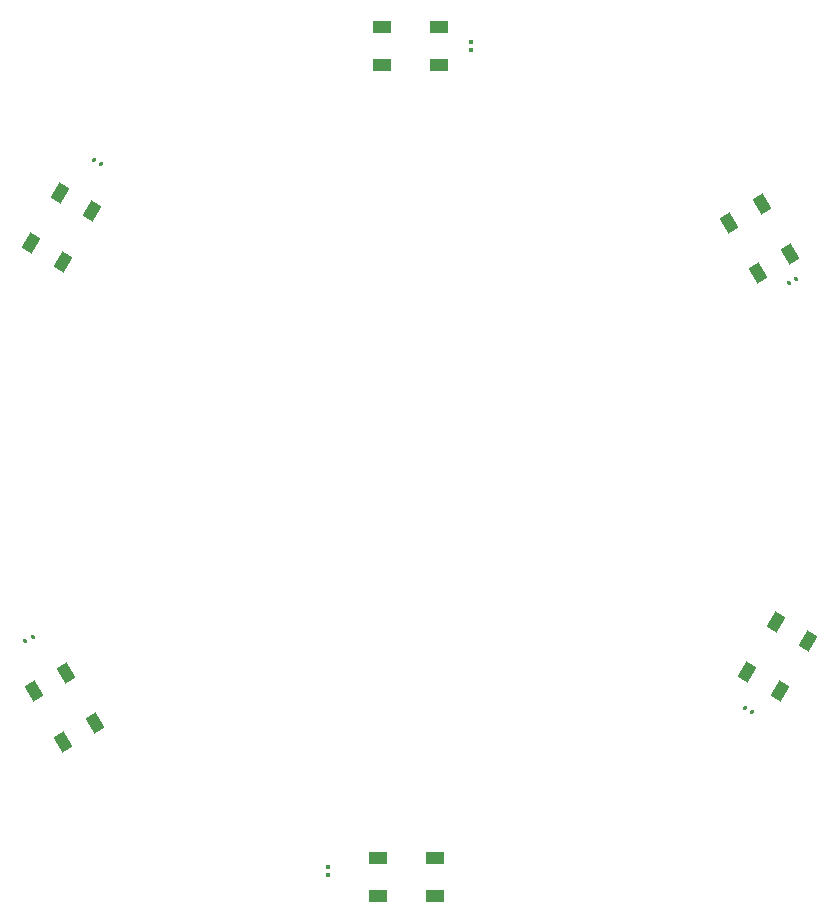
<source format=gbr>
%TF.GenerationSoftware,KiCad,Pcbnew,(6.0.4)*%
%TF.CreationDate,2022-04-25T15:33:24+02:00*%
%TF.ProjectId,HEX_PCB,4845585f-5043-4422-9e6b-696361645f70,rev?*%
%TF.SameCoordinates,Original*%
%TF.FileFunction,Paste,Top*%
%TF.FilePolarity,Positive*%
%FSLAX46Y46*%
G04 Gerber Fmt 4.6, Leading zero omitted, Abs format (unit mm)*
G04 Created by KiCad (PCBNEW (6.0.4)) date 2022-04-25 15:33:24*
%MOMM*%
%LPD*%
G01*
G04 APERTURE LIST*
G04 Aperture macros list*
%AMRoundRect*
0 Rectangle with rounded corners*
0 $1 Rounding radius*
0 $2 $3 $4 $5 $6 $7 $8 $9 X,Y pos of 4 corners*
0 Add a 4 corners polygon primitive as box body*
4,1,4,$2,$3,$4,$5,$6,$7,$8,$9,$2,$3,0*
0 Add four circle primitives for the rounded corners*
1,1,$1+$1,$2,$3*
1,1,$1+$1,$4,$5*
1,1,$1+$1,$6,$7*
1,1,$1+$1,$8,$9*
0 Add four rect primitives between the rounded corners*
20,1,$1+$1,$2,$3,$4,$5,0*
20,1,$1+$1,$4,$5,$6,$7,0*
20,1,$1+$1,$6,$7,$8,$9,0*
20,1,$1+$1,$8,$9,$2,$3,0*%
%AMRotRect*
0 Rectangle, with rotation*
0 The origin of the aperture is its center*
0 $1 length*
0 $2 width*
0 $3 Rotation angle, in degrees counterclockwise*
0 Add horizontal line*
21,1,$1,$2,0,0,$3*%
G04 Aperture macros list end*
%ADD10RoundRect,0.079500X-0.119099X-0.047286X0.018599X-0.126786X0.119099X0.047286X-0.018599X0.126786X0*%
%ADD11RotRect,1.500000X1.000000X300.000000*%
%ADD12RotRect,1.500000X1.000000X60.000000*%
%ADD13RoundRect,0.079500X-0.100500X0.079500X-0.100500X-0.079500X0.100500X-0.079500X0.100500X0.079500X0*%
%ADD14R,1.500000X1.000000*%
%ADD15RotRect,1.500000X1.000000X120.000000*%
%ADD16RoundRect,0.079500X-0.018599X-0.126786X0.119099X-0.047286X0.018599X0.126786X-0.119099X0.047286X0*%
G04 APERTURE END LIST*
D10*
%TO.C,C1*%
X75116093Y-88821500D03*
X75713651Y-89166500D03*
%TD*%
D11*
%TO.C,D3*%
X131662000Y-92530476D03*
X128890718Y-94130476D03*
X131340718Y-98374000D03*
X134112000Y-96774000D03*
%TD*%
D10*
%TO.C,C4*%
X130257221Y-135209500D03*
X130854779Y-135554500D03*
%TD*%
D12*
%TO.C,D4*%
X130414718Y-132183524D03*
X133186000Y-133783524D03*
X135636000Y-129540000D03*
X132864718Y-127940000D03*
%TD*%
D13*
%TO.C,C2*%
X107024000Y-79517000D03*
X107024000Y-78827000D03*
%TD*%
D14*
%TO.C,D5*%
X99150000Y-147930000D03*
X99150000Y-151130000D03*
X104050000Y-151130000D03*
X104050000Y-147930000D03*
%TD*%
D13*
%TO.C,C5*%
X94996000Y-149377000D03*
X94996000Y-148687000D03*
%TD*%
D15*
%TO.C,D6*%
X72483359Y-138049762D03*
X75254641Y-136449762D03*
X72804641Y-132206238D03*
X70033359Y-133806238D03*
%TD*%
D16*
%TO.C,C3*%
X134620000Y-98887500D03*
X134022442Y-99232500D03*
%TD*%
D12*
%TO.C,D1*%
X69779359Y-95809762D03*
X72550641Y-97409762D03*
X75000641Y-93166238D03*
X72229359Y-91566238D03*
%TD*%
D14*
%TO.C,D2*%
X99494000Y-77572000D03*
X99494000Y-80772000D03*
X104394000Y-80772000D03*
X104394000Y-77572000D03*
%TD*%
D16*
%TO.C,C6*%
X69939558Y-129195000D03*
X69342000Y-129540000D03*
%TD*%
M02*

</source>
